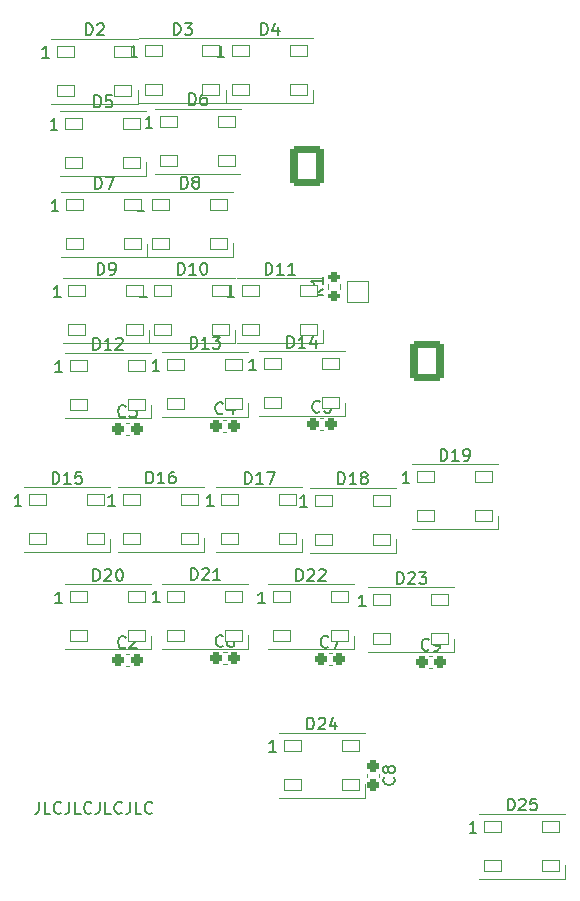
<source format=gbr>
%TF.GenerationSoftware,KiCad,Pcbnew,(6.0.9)*%
%TF.CreationDate,2022-12-26T19:48:23-09:00*%
%TF.ProjectId,PCB_ LDG WING FOLD PLACARD,5043422c-204c-4444-9720-57494e472046,rev?*%
%TF.SameCoordinates,Original*%
%TF.FileFunction,Legend,Top*%
%TF.FilePolarity,Positive*%
%FSLAX46Y46*%
G04 Gerber Fmt 4.6, Leading zero omitted, Abs format (unit mm)*
G04 Created by KiCad (PCBNEW (6.0.9)) date 2022-12-26 19:48:23*
%MOMM*%
%LPD*%
G01*
G04 APERTURE LIST*
G04 Aperture macros list*
%AMRoundRect*
0 Rectangle with rounded corners*
0 $1 Rounding radius*
0 $2 $3 $4 $5 $6 $7 $8 $9 X,Y pos of 4 corners*
0 Add a 4 corners polygon primitive as box body*
4,1,4,$2,$3,$4,$5,$6,$7,$8,$9,$2,$3,0*
0 Add four circle primitives for the rounded corners*
1,1,$1+$1,$2,$3*
1,1,$1+$1,$4,$5*
1,1,$1+$1,$6,$7*
1,1,$1+$1,$8,$9*
0 Add four rect primitives between the rounded corners*
20,1,$1+$1,$2,$3,$4,$5,0*
20,1,$1+$1,$4,$5,$6,$7,0*
20,1,$1+$1,$6,$7,$8,$9,0*
20,1,$1+$1,$8,$9,$2,$3,0*%
G04 Aperture macros list end*
%ADD10C,0.150000*%
%ADD11C,0.120000*%
%ADD12RoundRect,0.250000X0.275000X-0.200000X0.275000X0.200000X-0.275000X0.200000X-0.275000X-0.200000X0*%
%ADD13RoundRect,0.300001X1.099999X1.399999X-1.099999X1.399999X-1.099999X-1.399999X1.099999X-1.399999X0*%
%ADD14O,2.800000X3.400000*%
%ADD15RoundRect,0.050000X-0.750000X-0.450000X0.750000X-0.450000X0.750000X0.450000X-0.750000X0.450000X0*%
%ADD16RoundRect,0.050000X-0.900000X-0.900000X0.900000X-0.900000X0.900000X0.900000X-0.900000X0.900000X0*%
%ADD17C,1.900000*%
%ADD18RoundRect,0.275000X-0.225000X-0.250000X0.225000X-0.250000X0.225000X0.250000X-0.225000X0.250000X0*%
%ADD19RoundRect,0.275000X-0.250000X0.225000X-0.250000X-0.225000X0.250000X-0.225000X0.250000X0.225000X0*%
%ADD20C,4.400000*%
G04 APERTURE END LIST*
D10*
X149050952Y-100036380D02*
X149050952Y-100750666D01*
X149003333Y-100893523D01*
X148908095Y-100988761D01*
X148765238Y-101036380D01*
X148670000Y-101036380D01*
X150003333Y-101036380D02*
X149527142Y-101036380D01*
X149527142Y-100036380D01*
X150908095Y-100941142D02*
X150860476Y-100988761D01*
X150717619Y-101036380D01*
X150622380Y-101036380D01*
X150479523Y-100988761D01*
X150384285Y-100893523D01*
X150336666Y-100798285D01*
X150289047Y-100607809D01*
X150289047Y-100464952D01*
X150336666Y-100274476D01*
X150384285Y-100179238D01*
X150479523Y-100084000D01*
X150622380Y-100036380D01*
X150717619Y-100036380D01*
X150860476Y-100084000D01*
X150908095Y-100131619D01*
X151622380Y-100036380D02*
X151622380Y-100750666D01*
X151574761Y-100893523D01*
X151479523Y-100988761D01*
X151336666Y-101036380D01*
X151241428Y-101036380D01*
X152574761Y-101036380D02*
X152098571Y-101036380D01*
X152098571Y-100036380D01*
X153479523Y-100941142D02*
X153431904Y-100988761D01*
X153289047Y-101036380D01*
X153193809Y-101036380D01*
X153050952Y-100988761D01*
X152955714Y-100893523D01*
X152908095Y-100798285D01*
X152860476Y-100607809D01*
X152860476Y-100464952D01*
X152908095Y-100274476D01*
X152955714Y-100179238D01*
X153050952Y-100084000D01*
X153193809Y-100036380D01*
X153289047Y-100036380D01*
X153431904Y-100084000D01*
X153479523Y-100131619D01*
X154193809Y-100036380D02*
X154193809Y-100750666D01*
X154146190Y-100893523D01*
X154050952Y-100988761D01*
X153908095Y-101036380D01*
X153812857Y-101036380D01*
X155146190Y-101036380D02*
X154670000Y-101036380D01*
X154670000Y-100036380D01*
X156050952Y-100941142D02*
X156003333Y-100988761D01*
X155860476Y-101036380D01*
X155765238Y-101036380D01*
X155622380Y-100988761D01*
X155527142Y-100893523D01*
X155479523Y-100798285D01*
X155431904Y-100607809D01*
X155431904Y-100464952D01*
X155479523Y-100274476D01*
X155527142Y-100179238D01*
X155622380Y-100084000D01*
X155765238Y-100036380D01*
X155860476Y-100036380D01*
X156003333Y-100084000D01*
X156050952Y-100131619D01*
X156765238Y-100036380D02*
X156765238Y-100750666D01*
X156717619Y-100893523D01*
X156622380Y-100988761D01*
X156479523Y-101036380D01*
X156384285Y-101036380D01*
X157717619Y-101036380D02*
X157241428Y-101036380D01*
X157241428Y-100036380D01*
X158622380Y-100941142D02*
X158574761Y-100988761D01*
X158431904Y-101036380D01*
X158336666Y-101036380D01*
X158193809Y-100988761D01*
X158098571Y-100893523D01*
X158050952Y-100798285D01*
X158003333Y-100607809D01*
X158003333Y-100464952D01*
X158050952Y-100274476D01*
X158098571Y-100179238D01*
X158193809Y-100084000D01*
X158336666Y-100036380D01*
X158431904Y-100036380D01*
X158574761Y-100084000D01*
X158622380Y-100131619D01*
%TO.C,R1*%
X173052380Y-56574166D02*
X172576190Y-56907500D01*
X173052380Y-57145595D02*
X172052380Y-57145595D01*
X172052380Y-56764642D01*
X172100000Y-56669404D01*
X172147619Y-56621785D01*
X172242857Y-56574166D01*
X172385714Y-56574166D01*
X172480952Y-56621785D01*
X172528571Y-56669404D01*
X172576190Y-56764642D01*
X172576190Y-57145595D01*
X173052380Y-55621785D02*
X173052380Y-56193214D01*
X173052380Y-55907500D02*
X172052380Y-55907500D01*
X172195238Y-56002738D01*
X172290476Y-56097976D01*
X172338095Y-56193214D01*
%TO.C,D25*%
X188735714Y-100752380D02*
X188735714Y-99752380D01*
X188973809Y-99752380D01*
X189116666Y-99800000D01*
X189211904Y-99895238D01*
X189259523Y-99990476D01*
X189307142Y-100180952D01*
X189307142Y-100323809D01*
X189259523Y-100514285D01*
X189211904Y-100609523D01*
X189116666Y-100704761D01*
X188973809Y-100752380D01*
X188735714Y-100752380D01*
X189688095Y-99847619D02*
X189735714Y-99800000D01*
X189830952Y-99752380D01*
X190069047Y-99752380D01*
X190164285Y-99800000D01*
X190211904Y-99847619D01*
X190259523Y-99942857D01*
X190259523Y-100038095D01*
X190211904Y-100180952D01*
X189640476Y-100752380D01*
X190259523Y-100752380D01*
X191164285Y-99752380D02*
X190688095Y-99752380D01*
X190640476Y-100228571D01*
X190688095Y-100180952D01*
X190783333Y-100133333D01*
X191021428Y-100133333D01*
X191116666Y-100180952D01*
X191164285Y-100228571D01*
X191211904Y-100323809D01*
X191211904Y-100561904D01*
X191164285Y-100657142D01*
X191116666Y-100704761D01*
X191021428Y-100752380D01*
X190783333Y-100752380D01*
X190688095Y-100704761D01*
X190640476Y-100657142D01*
X186085714Y-102652380D02*
X185514285Y-102652380D01*
X185800000Y-102652380D02*
X185800000Y-101652380D01*
X185704761Y-101795238D01*
X185609523Y-101890476D01*
X185514285Y-101938095D01*
%TO.C,D24*%
X171760714Y-93902380D02*
X171760714Y-92902380D01*
X171998809Y-92902380D01*
X172141666Y-92950000D01*
X172236904Y-93045238D01*
X172284523Y-93140476D01*
X172332142Y-93330952D01*
X172332142Y-93473809D01*
X172284523Y-93664285D01*
X172236904Y-93759523D01*
X172141666Y-93854761D01*
X171998809Y-93902380D01*
X171760714Y-93902380D01*
X172713095Y-92997619D02*
X172760714Y-92950000D01*
X172855952Y-92902380D01*
X173094047Y-92902380D01*
X173189285Y-92950000D01*
X173236904Y-92997619D01*
X173284523Y-93092857D01*
X173284523Y-93188095D01*
X173236904Y-93330952D01*
X172665476Y-93902380D01*
X173284523Y-93902380D01*
X174141666Y-93235714D02*
X174141666Y-93902380D01*
X173903571Y-92854761D02*
X173665476Y-93569047D01*
X174284523Y-93569047D01*
X169110714Y-95802380D02*
X168539285Y-95802380D01*
X168825000Y-95802380D02*
X168825000Y-94802380D01*
X168729761Y-94945238D01*
X168634523Y-95040476D01*
X168539285Y-95088095D01*
%TO.C,D23*%
X179360714Y-81577380D02*
X179360714Y-80577380D01*
X179598809Y-80577380D01*
X179741666Y-80625000D01*
X179836904Y-80720238D01*
X179884523Y-80815476D01*
X179932142Y-81005952D01*
X179932142Y-81148809D01*
X179884523Y-81339285D01*
X179836904Y-81434523D01*
X179741666Y-81529761D01*
X179598809Y-81577380D01*
X179360714Y-81577380D01*
X180313095Y-80672619D02*
X180360714Y-80625000D01*
X180455952Y-80577380D01*
X180694047Y-80577380D01*
X180789285Y-80625000D01*
X180836904Y-80672619D01*
X180884523Y-80767857D01*
X180884523Y-80863095D01*
X180836904Y-81005952D01*
X180265476Y-81577380D01*
X180884523Y-81577380D01*
X181217857Y-80577380D02*
X181836904Y-80577380D01*
X181503571Y-80958333D01*
X181646428Y-80958333D01*
X181741666Y-81005952D01*
X181789285Y-81053571D01*
X181836904Y-81148809D01*
X181836904Y-81386904D01*
X181789285Y-81482142D01*
X181741666Y-81529761D01*
X181646428Y-81577380D01*
X181360714Y-81577380D01*
X181265476Y-81529761D01*
X181217857Y-81482142D01*
X176710714Y-83477380D02*
X176139285Y-83477380D01*
X176425000Y-83477380D02*
X176425000Y-82477380D01*
X176329761Y-82620238D01*
X176234523Y-82715476D01*
X176139285Y-82763095D01*
%TO.C,D22*%
X170835714Y-81327380D02*
X170835714Y-80327380D01*
X171073809Y-80327380D01*
X171216666Y-80375000D01*
X171311904Y-80470238D01*
X171359523Y-80565476D01*
X171407142Y-80755952D01*
X171407142Y-80898809D01*
X171359523Y-81089285D01*
X171311904Y-81184523D01*
X171216666Y-81279761D01*
X171073809Y-81327380D01*
X170835714Y-81327380D01*
X171788095Y-80422619D02*
X171835714Y-80375000D01*
X171930952Y-80327380D01*
X172169047Y-80327380D01*
X172264285Y-80375000D01*
X172311904Y-80422619D01*
X172359523Y-80517857D01*
X172359523Y-80613095D01*
X172311904Y-80755952D01*
X171740476Y-81327380D01*
X172359523Y-81327380D01*
X172740476Y-80422619D02*
X172788095Y-80375000D01*
X172883333Y-80327380D01*
X173121428Y-80327380D01*
X173216666Y-80375000D01*
X173264285Y-80422619D01*
X173311904Y-80517857D01*
X173311904Y-80613095D01*
X173264285Y-80755952D01*
X172692857Y-81327380D01*
X173311904Y-81327380D01*
X168185714Y-83227380D02*
X167614285Y-83227380D01*
X167900000Y-83227380D02*
X167900000Y-82227380D01*
X167804761Y-82370238D01*
X167709523Y-82465476D01*
X167614285Y-82513095D01*
%TO.C,D21*%
X161910714Y-81252380D02*
X161910714Y-80252380D01*
X162148809Y-80252380D01*
X162291666Y-80300000D01*
X162386904Y-80395238D01*
X162434523Y-80490476D01*
X162482142Y-80680952D01*
X162482142Y-80823809D01*
X162434523Y-81014285D01*
X162386904Y-81109523D01*
X162291666Y-81204761D01*
X162148809Y-81252380D01*
X161910714Y-81252380D01*
X162863095Y-80347619D02*
X162910714Y-80300000D01*
X163005952Y-80252380D01*
X163244047Y-80252380D01*
X163339285Y-80300000D01*
X163386904Y-80347619D01*
X163434523Y-80442857D01*
X163434523Y-80538095D01*
X163386904Y-80680952D01*
X162815476Y-81252380D01*
X163434523Y-81252380D01*
X164386904Y-81252380D02*
X163815476Y-81252380D01*
X164101190Y-81252380D02*
X164101190Y-80252380D01*
X164005952Y-80395238D01*
X163910714Y-80490476D01*
X163815476Y-80538095D01*
X159260714Y-83152380D02*
X158689285Y-83152380D01*
X158975000Y-83152380D02*
X158975000Y-82152380D01*
X158879761Y-82295238D01*
X158784523Y-82390476D01*
X158689285Y-82438095D01*
%TO.C,D20*%
X153660714Y-81327380D02*
X153660714Y-80327380D01*
X153898809Y-80327380D01*
X154041666Y-80375000D01*
X154136904Y-80470238D01*
X154184523Y-80565476D01*
X154232142Y-80755952D01*
X154232142Y-80898809D01*
X154184523Y-81089285D01*
X154136904Y-81184523D01*
X154041666Y-81279761D01*
X153898809Y-81327380D01*
X153660714Y-81327380D01*
X154613095Y-80422619D02*
X154660714Y-80375000D01*
X154755952Y-80327380D01*
X154994047Y-80327380D01*
X155089285Y-80375000D01*
X155136904Y-80422619D01*
X155184523Y-80517857D01*
X155184523Y-80613095D01*
X155136904Y-80755952D01*
X154565476Y-81327380D01*
X155184523Y-81327380D01*
X155803571Y-80327380D02*
X155898809Y-80327380D01*
X155994047Y-80375000D01*
X156041666Y-80422619D01*
X156089285Y-80517857D01*
X156136904Y-80708333D01*
X156136904Y-80946428D01*
X156089285Y-81136904D01*
X156041666Y-81232142D01*
X155994047Y-81279761D01*
X155898809Y-81327380D01*
X155803571Y-81327380D01*
X155708333Y-81279761D01*
X155660714Y-81232142D01*
X155613095Y-81136904D01*
X155565476Y-80946428D01*
X155565476Y-80708333D01*
X155613095Y-80517857D01*
X155660714Y-80422619D01*
X155708333Y-80375000D01*
X155803571Y-80327380D01*
X151010714Y-83227380D02*
X150439285Y-83227380D01*
X150725000Y-83227380D02*
X150725000Y-82227380D01*
X150629761Y-82370238D01*
X150534523Y-82465476D01*
X150439285Y-82513095D01*
%TO.C,D19*%
X183060714Y-71152380D02*
X183060714Y-70152380D01*
X183298809Y-70152380D01*
X183441666Y-70200000D01*
X183536904Y-70295238D01*
X183584523Y-70390476D01*
X183632142Y-70580952D01*
X183632142Y-70723809D01*
X183584523Y-70914285D01*
X183536904Y-71009523D01*
X183441666Y-71104761D01*
X183298809Y-71152380D01*
X183060714Y-71152380D01*
X184584523Y-71152380D02*
X184013095Y-71152380D01*
X184298809Y-71152380D02*
X184298809Y-70152380D01*
X184203571Y-70295238D01*
X184108333Y-70390476D01*
X184013095Y-70438095D01*
X185060714Y-71152380D02*
X185251190Y-71152380D01*
X185346428Y-71104761D01*
X185394047Y-71057142D01*
X185489285Y-70914285D01*
X185536904Y-70723809D01*
X185536904Y-70342857D01*
X185489285Y-70247619D01*
X185441666Y-70200000D01*
X185346428Y-70152380D01*
X185155952Y-70152380D01*
X185060714Y-70200000D01*
X185013095Y-70247619D01*
X184965476Y-70342857D01*
X184965476Y-70580952D01*
X185013095Y-70676190D01*
X185060714Y-70723809D01*
X185155952Y-70771428D01*
X185346428Y-70771428D01*
X185441666Y-70723809D01*
X185489285Y-70676190D01*
X185536904Y-70580952D01*
X180410714Y-73052380D02*
X179839285Y-73052380D01*
X180125000Y-73052380D02*
X180125000Y-72052380D01*
X180029761Y-72195238D01*
X179934523Y-72290476D01*
X179839285Y-72338095D01*
%TO.C,D18*%
X174385714Y-73127380D02*
X174385714Y-72127380D01*
X174623809Y-72127380D01*
X174766666Y-72175000D01*
X174861904Y-72270238D01*
X174909523Y-72365476D01*
X174957142Y-72555952D01*
X174957142Y-72698809D01*
X174909523Y-72889285D01*
X174861904Y-72984523D01*
X174766666Y-73079761D01*
X174623809Y-73127380D01*
X174385714Y-73127380D01*
X175909523Y-73127380D02*
X175338095Y-73127380D01*
X175623809Y-73127380D02*
X175623809Y-72127380D01*
X175528571Y-72270238D01*
X175433333Y-72365476D01*
X175338095Y-72413095D01*
X176480952Y-72555952D02*
X176385714Y-72508333D01*
X176338095Y-72460714D01*
X176290476Y-72365476D01*
X176290476Y-72317857D01*
X176338095Y-72222619D01*
X176385714Y-72175000D01*
X176480952Y-72127380D01*
X176671428Y-72127380D01*
X176766666Y-72175000D01*
X176814285Y-72222619D01*
X176861904Y-72317857D01*
X176861904Y-72365476D01*
X176814285Y-72460714D01*
X176766666Y-72508333D01*
X176671428Y-72555952D01*
X176480952Y-72555952D01*
X176385714Y-72603571D01*
X176338095Y-72651190D01*
X176290476Y-72746428D01*
X176290476Y-72936904D01*
X176338095Y-73032142D01*
X176385714Y-73079761D01*
X176480952Y-73127380D01*
X176671428Y-73127380D01*
X176766666Y-73079761D01*
X176814285Y-73032142D01*
X176861904Y-72936904D01*
X176861904Y-72746428D01*
X176814285Y-72651190D01*
X176766666Y-72603571D01*
X176671428Y-72555952D01*
X171735714Y-75027380D02*
X171164285Y-75027380D01*
X171450000Y-75027380D02*
X171450000Y-74027380D01*
X171354761Y-74170238D01*
X171259523Y-74265476D01*
X171164285Y-74313095D01*
%TO.C,D17*%
X166485714Y-73102380D02*
X166485714Y-72102380D01*
X166723809Y-72102380D01*
X166866666Y-72150000D01*
X166961904Y-72245238D01*
X167009523Y-72340476D01*
X167057142Y-72530952D01*
X167057142Y-72673809D01*
X167009523Y-72864285D01*
X166961904Y-72959523D01*
X166866666Y-73054761D01*
X166723809Y-73102380D01*
X166485714Y-73102380D01*
X168009523Y-73102380D02*
X167438095Y-73102380D01*
X167723809Y-73102380D02*
X167723809Y-72102380D01*
X167628571Y-72245238D01*
X167533333Y-72340476D01*
X167438095Y-72388095D01*
X168342857Y-72102380D02*
X169009523Y-72102380D01*
X168580952Y-73102380D01*
X163835714Y-75002380D02*
X163264285Y-75002380D01*
X163550000Y-75002380D02*
X163550000Y-74002380D01*
X163454761Y-74145238D01*
X163359523Y-74240476D01*
X163264285Y-74288095D01*
%TO.C,D16*%
X158135714Y-73077380D02*
X158135714Y-72077380D01*
X158373809Y-72077380D01*
X158516666Y-72125000D01*
X158611904Y-72220238D01*
X158659523Y-72315476D01*
X158707142Y-72505952D01*
X158707142Y-72648809D01*
X158659523Y-72839285D01*
X158611904Y-72934523D01*
X158516666Y-73029761D01*
X158373809Y-73077380D01*
X158135714Y-73077380D01*
X159659523Y-73077380D02*
X159088095Y-73077380D01*
X159373809Y-73077380D02*
X159373809Y-72077380D01*
X159278571Y-72220238D01*
X159183333Y-72315476D01*
X159088095Y-72363095D01*
X160516666Y-72077380D02*
X160326190Y-72077380D01*
X160230952Y-72125000D01*
X160183333Y-72172619D01*
X160088095Y-72315476D01*
X160040476Y-72505952D01*
X160040476Y-72886904D01*
X160088095Y-72982142D01*
X160135714Y-73029761D01*
X160230952Y-73077380D01*
X160421428Y-73077380D01*
X160516666Y-73029761D01*
X160564285Y-72982142D01*
X160611904Y-72886904D01*
X160611904Y-72648809D01*
X160564285Y-72553571D01*
X160516666Y-72505952D01*
X160421428Y-72458333D01*
X160230952Y-72458333D01*
X160135714Y-72505952D01*
X160088095Y-72553571D01*
X160040476Y-72648809D01*
X155485714Y-74977380D02*
X154914285Y-74977380D01*
X155200000Y-74977380D02*
X155200000Y-73977380D01*
X155104761Y-74120238D01*
X155009523Y-74215476D01*
X154914285Y-74263095D01*
%TO.C,D15*%
X150210714Y-73102380D02*
X150210714Y-72102380D01*
X150448809Y-72102380D01*
X150591666Y-72150000D01*
X150686904Y-72245238D01*
X150734523Y-72340476D01*
X150782142Y-72530952D01*
X150782142Y-72673809D01*
X150734523Y-72864285D01*
X150686904Y-72959523D01*
X150591666Y-73054761D01*
X150448809Y-73102380D01*
X150210714Y-73102380D01*
X151734523Y-73102380D02*
X151163095Y-73102380D01*
X151448809Y-73102380D02*
X151448809Y-72102380D01*
X151353571Y-72245238D01*
X151258333Y-72340476D01*
X151163095Y-72388095D01*
X152639285Y-72102380D02*
X152163095Y-72102380D01*
X152115476Y-72578571D01*
X152163095Y-72530952D01*
X152258333Y-72483333D01*
X152496428Y-72483333D01*
X152591666Y-72530952D01*
X152639285Y-72578571D01*
X152686904Y-72673809D01*
X152686904Y-72911904D01*
X152639285Y-73007142D01*
X152591666Y-73054761D01*
X152496428Y-73102380D01*
X152258333Y-73102380D01*
X152163095Y-73054761D01*
X152115476Y-73007142D01*
X147560714Y-75002380D02*
X146989285Y-75002380D01*
X147275000Y-75002380D02*
X147275000Y-74002380D01*
X147179761Y-74145238D01*
X147084523Y-74240476D01*
X146989285Y-74288095D01*
%TO.C,D14*%
X170085714Y-61602380D02*
X170085714Y-60602380D01*
X170323809Y-60602380D01*
X170466666Y-60650000D01*
X170561904Y-60745238D01*
X170609523Y-60840476D01*
X170657142Y-61030952D01*
X170657142Y-61173809D01*
X170609523Y-61364285D01*
X170561904Y-61459523D01*
X170466666Y-61554761D01*
X170323809Y-61602380D01*
X170085714Y-61602380D01*
X171609523Y-61602380D02*
X171038095Y-61602380D01*
X171323809Y-61602380D02*
X171323809Y-60602380D01*
X171228571Y-60745238D01*
X171133333Y-60840476D01*
X171038095Y-60888095D01*
X172466666Y-60935714D02*
X172466666Y-61602380D01*
X172228571Y-60554761D02*
X171990476Y-61269047D01*
X172609523Y-61269047D01*
X167435714Y-63502380D02*
X166864285Y-63502380D01*
X167150000Y-63502380D02*
X167150000Y-62502380D01*
X167054761Y-62645238D01*
X166959523Y-62740476D01*
X166864285Y-62788095D01*
%TO.C,D13*%
X161885714Y-61652380D02*
X161885714Y-60652380D01*
X162123809Y-60652380D01*
X162266666Y-60700000D01*
X162361904Y-60795238D01*
X162409523Y-60890476D01*
X162457142Y-61080952D01*
X162457142Y-61223809D01*
X162409523Y-61414285D01*
X162361904Y-61509523D01*
X162266666Y-61604761D01*
X162123809Y-61652380D01*
X161885714Y-61652380D01*
X163409523Y-61652380D02*
X162838095Y-61652380D01*
X163123809Y-61652380D02*
X163123809Y-60652380D01*
X163028571Y-60795238D01*
X162933333Y-60890476D01*
X162838095Y-60938095D01*
X163742857Y-60652380D02*
X164361904Y-60652380D01*
X164028571Y-61033333D01*
X164171428Y-61033333D01*
X164266666Y-61080952D01*
X164314285Y-61128571D01*
X164361904Y-61223809D01*
X164361904Y-61461904D01*
X164314285Y-61557142D01*
X164266666Y-61604761D01*
X164171428Y-61652380D01*
X163885714Y-61652380D01*
X163790476Y-61604761D01*
X163742857Y-61557142D01*
X159235714Y-63552380D02*
X158664285Y-63552380D01*
X158950000Y-63552380D02*
X158950000Y-62552380D01*
X158854761Y-62695238D01*
X158759523Y-62790476D01*
X158664285Y-62838095D01*
%TO.C,D12*%
X153660714Y-61752380D02*
X153660714Y-60752380D01*
X153898809Y-60752380D01*
X154041666Y-60800000D01*
X154136904Y-60895238D01*
X154184523Y-60990476D01*
X154232142Y-61180952D01*
X154232142Y-61323809D01*
X154184523Y-61514285D01*
X154136904Y-61609523D01*
X154041666Y-61704761D01*
X153898809Y-61752380D01*
X153660714Y-61752380D01*
X155184523Y-61752380D02*
X154613095Y-61752380D01*
X154898809Y-61752380D02*
X154898809Y-60752380D01*
X154803571Y-60895238D01*
X154708333Y-60990476D01*
X154613095Y-61038095D01*
X155565476Y-60847619D02*
X155613095Y-60800000D01*
X155708333Y-60752380D01*
X155946428Y-60752380D01*
X156041666Y-60800000D01*
X156089285Y-60847619D01*
X156136904Y-60942857D01*
X156136904Y-61038095D01*
X156089285Y-61180952D01*
X155517857Y-61752380D01*
X156136904Y-61752380D01*
X151010714Y-63652380D02*
X150439285Y-63652380D01*
X150725000Y-63652380D02*
X150725000Y-62652380D01*
X150629761Y-62795238D01*
X150534523Y-62890476D01*
X150439285Y-62938095D01*
%TO.C,D11*%
X168235714Y-55402380D02*
X168235714Y-54402380D01*
X168473809Y-54402380D01*
X168616666Y-54450000D01*
X168711904Y-54545238D01*
X168759523Y-54640476D01*
X168807142Y-54830952D01*
X168807142Y-54973809D01*
X168759523Y-55164285D01*
X168711904Y-55259523D01*
X168616666Y-55354761D01*
X168473809Y-55402380D01*
X168235714Y-55402380D01*
X169759523Y-55402380D02*
X169188095Y-55402380D01*
X169473809Y-55402380D02*
X169473809Y-54402380D01*
X169378571Y-54545238D01*
X169283333Y-54640476D01*
X169188095Y-54688095D01*
X170711904Y-55402380D02*
X170140476Y-55402380D01*
X170426190Y-55402380D02*
X170426190Y-54402380D01*
X170330952Y-54545238D01*
X170235714Y-54640476D01*
X170140476Y-54688095D01*
X165585714Y-57302380D02*
X165014285Y-57302380D01*
X165300000Y-57302380D02*
X165300000Y-56302380D01*
X165204761Y-56445238D01*
X165109523Y-56540476D01*
X165014285Y-56588095D01*
%TO.C,D10*%
X160810714Y-55402380D02*
X160810714Y-54402380D01*
X161048809Y-54402380D01*
X161191666Y-54450000D01*
X161286904Y-54545238D01*
X161334523Y-54640476D01*
X161382142Y-54830952D01*
X161382142Y-54973809D01*
X161334523Y-55164285D01*
X161286904Y-55259523D01*
X161191666Y-55354761D01*
X161048809Y-55402380D01*
X160810714Y-55402380D01*
X162334523Y-55402380D02*
X161763095Y-55402380D01*
X162048809Y-55402380D02*
X162048809Y-54402380D01*
X161953571Y-54545238D01*
X161858333Y-54640476D01*
X161763095Y-54688095D01*
X162953571Y-54402380D02*
X163048809Y-54402380D01*
X163144047Y-54450000D01*
X163191666Y-54497619D01*
X163239285Y-54592857D01*
X163286904Y-54783333D01*
X163286904Y-55021428D01*
X163239285Y-55211904D01*
X163191666Y-55307142D01*
X163144047Y-55354761D01*
X163048809Y-55402380D01*
X162953571Y-55402380D01*
X162858333Y-55354761D01*
X162810714Y-55307142D01*
X162763095Y-55211904D01*
X162715476Y-55021428D01*
X162715476Y-54783333D01*
X162763095Y-54592857D01*
X162810714Y-54497619D01*
X162858333Y-54450000D01*
X162953571Y-54402380D01*
X158160714Y-57302380D02*
X157589285Y-57302380D01*
X157875000Y-57302380D02*
X157875000Y-56302380D01*
X157779761Y-56445238D01*
X157684523Y-56540476D01*
X157589285Y-56588095D01*
%TO.C,D9*%
X154011904Y-55402380D02*
X154011904Y-54402380D01*
X154250000Y-54402380D01*
X154392857Y-54450000D01*
X154488095Y-54545238D01*
X154535714Y-54640476D01*
X154583333Y-54830952D01*
X154583333Y-54973809D01*
X154535714Y-55164285D01*
X154488095Y-55259523D01*
X154392857Y-55354761D01*
X154250000Y-55402380D01*
X154011904Y-55402380D01*
X155059523Y-55402380D02*
X155250000Y-55402380D01*
X155345238Y-55354761D01*
X155392857Y-55307142D01*
X155488095Y-55164285D01*
X155535714Y-54973809D01*
X155535714Y-54592857D01*
X155488095Y-54497619D01*
X155440476Y-54450000D01*
X155345238Y-54402380D01*
X155154761Y-54402380D01*
X155059523Y-54450000D01*
X155011904Y-54497619D01*
X154964285Y-54592857D01*
X154964285Y-54830952D01*
X155011904Y-54926190D01*
X155059523Y-54973809D01*
X155154761Y-55021428D01*
X155345238Y-55021428D01*
X155440476Y-54973809D01*
X155488095Y-54926190D01*
X155535714Y-54830952D01*
X150885714Y-57302380D02*
X150314285Y-57302380D01*
X150600000Y-57302380D02*
X150600000Y-56302380D01*
X150504761Y-56445238D01*
X150409523Y-56540476D01*
X150314285Y-56588095D01*
%TO.C,D8*%
X161086904Y-48102380D02*
X161086904Y-47102380D01*
X161325000Y-47102380D01*
X161467857Y-47150000D01*
X161563095Y-47245238D01*
X161610714Y-47340476D01*
X161658333Y-47530952D01*
X161658333Y-47673809D01*
X161610714Y-47864285D01*
X161563095Y-47959523D01*
X161467857Y-48054761D01*
X161325000Y-48102380D01*
X161086904Y-48102380D01*
X162229761Y-47530952D02*
X162134523Y-47483333D01*
X162086904Y-47435714D01*
X162039285Y-47340476D01*
X162039285Y-47292857D01*
X162086904Y-47197619D01*
X162134523Y-47150000D01*
X162229761Y-47102380D01*
X162420238Y-47102380D01*
X162515476Y-47150000D01*
X162563095Y-47197619D01*
X162610714Y-47292857D01*
X162610714Y-47340476D01*
X162563095Y-47435714D01*
X162515476Y-47483333D01*
X162420238Y-47530952D01*
X162229761Y-47530952D01*
X162134523Y-47578571D01*
X162086904Y-47626190D01*
X162039285Y-47721428D01*
X162039285Y-47911904D01*
X162086904Y-48007142D01*
X162134523Y-48054761D01*
X162229761Y-48102380D01*
X162420238Y-48102380D01*
X162515476Y-48054761D01*
X162563095Y-48007142D01*
X162610714Y-47911904D01*
X162610714Y-47721428D01*
X162563095Y-47626190D01*
X162515476Y-47578571D01*
X162420238Y-47530952D01*
X157960714Y-50002380D02*
X157389285Y-50002380D01*
X157675000Y-50002380D02*
X157675000Y-49002380D01*
X157579761Y-49145238D01*
X157484523Y-49240476D01*
X157389285Y-49288095D01*
%TO.C,D7*%
X153811904Y-48127380D02*
X153811904Y-47127380D01*
X154050000Y-47127380D01*
X154192857Y-47175000D01*
X154288095Y-47270238D01*
X154335714Y-47365476D01*
X154383333Y-47555952D01*
X154383333Y-47698809D01*
X154335714Y-47889285D01*
X154288095Y-47984523D01*
X154192857Y-48079761D01*
X154050000Y-48127380D01*
X153811904Y-48127380D01*
X154716666Y-47127380D02*
X155383333Y-47127380D01*
X154954761Y-48127380D01*
X150685714Y-50027380D02*
X150114285Y-50027380D01*
X150400000Y-50027380D02*
X150400000Y-49027380D01*
X150304761Y-49170238D01*
X150209523Y-49265476D01*
X150114285Y-49313095D01*
%TO.C,D6*%
X161761904Y-41052380D02*
X161761904Y-40052380D01*
X162000000Y-40052380D01*
X162142857Y-40100000D01*
X162238095Y-40195238D01*
X162285714Y-40290476D01*
X162333333Y-40480952D01*
X162333333Y-40623809D01*
X162285714Y-40814285D01*
X162238095Y-40909523D01*
X162142857Y-41004761D01*
X162000000Y-41052380D01*
X161761904Y-41052380D01*
X163190476Y-40052380D02*
X163000000Y-40052380D01*
X162904761Y-40100000D01*
X162857142Y-40147619D01*
X162761904Y-40290476D01*
X162714285Y-40480952D01*
X162714285Y-40861904D01*
X162761904Y-40957142D01*
X162809523Y-41004761D01*
X162904761Y-41052380D01*
X163095238Y-41052380D01*
X163190476Y-41004761D01*
X163238095Y-40957142D01*
X163285714Y-40861904D01*
X163285714Y-40623809D01*
X163238095Y-40528571D01*
X163190476Y-40480952D01*
X163095238Y-40433333D01*
X162904761Y-40433333D01*
X162809523Y-40480952D01*
X162761904Y-40528571D01*
X162714285Y-40623809D01*
X158635714Y-42952380D02*
X158064285Y-42952380D01*
X158350000Y-42952380D02*
X158350000Y-41952380D01*
X158254761Y-42095238D01*
X158159523Y-42190476D01*
X158064285Y-42238095D01*
%TO.C,D5*%
X153736904Y-41227380D02*
X153736904Y-40227380D01*
X153975000Y-40227380D01*
X154117857Y-40275000D01*
X154213095Y-40370238D01*
X154260714Y-40465476D01*
X154308333Y-40655952D01*
X154308333Y-40798809D01*
X154260714Y-40989285D01*
X154213095Y-41084523D01*
X154117857Y-41179761D01*
X153975000Y-41227380D01*
X153736904Y-41227380D01*
X155213095Y-40227380D02*
X154736904Y-40227380D01*
X154689285Y-40703571D01*
X154736904Y-40655952D01*
X154832142Y-40608333D01*
X155070238Y-40608333D01*
X155165476Y-40655952D01*
X155213095Y-40703571D01*
X155260714Y-40798809D01*
X155260714Y-41036904D01*
X155213095Y-41132142D01*
X155165476Y-41179761D01*
X155070238Y-41227380D01*
X154832142Y-41227380D01*
X154736904Y-41179761D01*
X154689285Y-41132142D01*
X150610714Y-43127380D02*
X150039285Y-43127380D01*
X150325000Y-43127380D02*
X150325000Y-42127380D01*
X150229761Y-42270238D01*
X150134523Y-42365476D01*
X150039285Y-42413095D01*
%TO.C,D4*%
X167861904Y-35102380D02*
X167861904Y-34102380D01*
X168100000Y-34102380D01*
X168242857Y-34150000D01*
X168338095Y-34245238D01*
X168385714Y-34340476D01*
X168433333Y-34530952D01*
X168433333Y-34673809D01*
X168385714Y-34864285D01*
X168338095Y-34959523D01*
X168242857Y-35054761D01*
X168100000Y-35102380D01*
X167861904Y-35102380D01*
X169290476Y-34435714D02*
X169290476Y-35102380D01*
X169052380Y-34054761D02*
X168814285Y-34769047D01*
X169433333Y-34769047D01*
X164735714Y-37002380D02*
X164164285Y-37002380D01*
X164450000Y-37002380D02*
X164450000Y-36002380D01*
X164354761Y-36145238D01*
X164259523Y-36240476D01*
X164164285Y-36288095D01*
%TO.C,D3*%
X160461904Y-35102380D02*
X160461904Y-34102380D01*
X160700000Y-34102380D01*
X160842857Y-34150000D01*
X160938095Y-34245238D01*
X160985714Y-34340476D01*
X161033333Y-34530952D01*
X161033333Y-34673809D01*
X160985714Y-34864285D01*
X160938095Y-34959523D01*
X160842857Y-35054761D01*
X160700000Y-35102380D01*
X160461904Y-35102380D01*
X161366666Y-34102380D02*
X161985714Y-34102380D01*
X161652380Y-34483333D01*
X161795238Y-34483333D01*
X161890476Y-34530952D01*
X161938095Y-34578571D01*
X161985714Y-34673809D01*
X161985714Y-34911904D01*
X161938095Y-35007142D01*
X161890476Y-35054761D01*
X161795238Y-35102380D01*
X161509523Y-35102380D01*
X161414285Y-35054761D01*
X161366666Y-35007142D01*
X157335714Y-37002380D02*
X156764285Y-37002380D01*
X157050000Y-37002380D02*
X157050000Y-36002380D01*
X156954761Y-36145238D01*
X156859523Y-36240476D01*
X156764285Y-36288095D01*
%TO.C,D2*%
X153011904Y-35127380D02*
X153011904Y-34127380D01*
X153250000Y-34127380D01*
X153392857Y-34175000D01*
X153488095Y-34270238D01*
X153535714Y-34365476D01*
X153583333Y-34555952D01*
X153583333Y-34698809D01*
X153535714Y-34889285D01*
X153488095Y-34984523D01*
X153392857Y-35079761D01*
X153250000Y-35127380D01*
X153011904Y-35127380D01*
X153964285Y-34222619D02*
X154011904Y-34175000D01*
X154107142Y-34127380D01*
X154345238Y-34127380D01*
X154440476Y-34175000D01*
X154488095Y-34222619D01*
X154535714Y-34317857D01*
X154535714Y-34413095D01*
X154488095Y-34555952D01*
X153916666Y-35127380D01*
X154535714Y-35127380D01*
X149885714Y-37027380D02*
X149314285Y-37027380D01*
X149600000Y-37027380D02*
X149600000Y-36027380D01*
X149504761Y-36170238D01*
X149409523Y-36265476D01*
X149314285Y-36313095D01*
%TO.C,C9*%
X182055833Y-87127142D02*
X182008214Y-87174761D01*
X181865357Y-87222380D01*
X181770119Y-87222380D01*
X181627261Y-87174761D01*
X181532023Y-87079523D01*
X181484404Y-86984285D01*
X181436785Y-86793809D01*
X181436785Y-86650952D01*
X181484404Y-86460476D01*
X181532023Y-86365238D01*
X181627261Y-86270000D01*
X181770119Y-86222380D01*
X181865357Y-86222380D01*
X182008214Y-86270000D01*
X182055833Y-86317619D01*
X182532023Y-87222380D02*
X182722500Y-87222380D01*
X182817738Y-87174761D01*
X182865357Y-87127142D01*
X182960595Y-86984285D01*
X183008214Y-86793809D01*
X183008214Y-86412857D01*
X182960595Y-86317619D01*
X182912976Y-86270000D01*
X182817738Y-86222380D01*
X182627261Y-86222380D01*
X182532023Y-86270000D01*
X182484404Y-86317619D01*
X182436785Y-86412857D01*
X182436785Y-86650952D01*
X182484404Y-86746190D01*
X182532023Y-86793809D01*
X182627261Y-86841428D01*
X182817738Y-86841428D01*
X182912976Y-86793809D01*
X182960595Y-86746190D01*
X183008214Y-86650952D01*
%TO.C,C8*%
X179087142Y-97956666D02*
X179134761Y-98004285D01*
X179182380Y-98147142D01*
X179182380Y-98242380D01*
X179134761Y-98385238D01*
X179039523Y-98480476D01*
X178944285Y-98528095D01*
X178753809Y-98575714D01*
X178610952Y-98575714D01*
X178420476Y-98528095D01*
X178325238Y-98480476D01*
X178230000Y-98385238D01*
X178182380Y-98242380D01*
X178182380Y-98147142D01*
X178230000Y-98004285D01*
X178277619Y-97956666D01*
X178610952Y-97385238D02*
X178563333Y-97480476D01*
X178515714Y-97528095D01*
X178420476Y-97575714D01*
X178372857Y-97575714D01*
X178277619Y-97528095D01*
X178230000Y-97480476D01*
X178182380Y-97385238D01*
X178182380Y-97194761D01*
X178230000Y-97099523D01*
X178277619Y-97051904D01*
X178372857Y-97004285D01*
X178420476Y-97004285D01*
X178515714Y-97051904D01*
X178563333Y-97099523D01*
X178610952Y-97194761D01*
X178610952Y-97385238D01*
X178658571Y-97480476D01*
X178706190Y-97528095D01*
X178801428Y-97575714D01*
X178991904Y-97575714D01*
X179087142Y-97528095D01*
X179134761Y-97480476D01*
X179182380Y-97385238D01*
X179182380Y-97194761D01*
X179134761Y-97099523D01*
X179087142Y-97051904D01*
X178991904Y-97004285D01*
X178801428Y-97004285D01*
X178706190Y-97051904D01*
X178658571Y-97099523D01*
X178610952Y-97194761D01*
%TO.C,C7*%
X173535833Y-86887142D02*
X173488214Y-86934761D01*
X173345357Y-86982380D01*
X173250119Y-86982380D01*
X173107261Y-86934761D01*
X173012023Y-86839523D01*
X172964404Y-86744285D01*
X172916785Y-86553809D01*
X172916785Y-86410952D01*
X172964404Y-86220476D01*
X173012023Y-86125238D01*
X173107261Y-86030000D01*
X173250119Y-85982380D01*
X173345357Y-85982380D01*
X173488214Y-86030000D01*
X173535833Y-86077619D01*
X173869166Y-85982380D02*
X174535833Y-85982380D01*
X174107261Y-86982380D01*
%TO.C,C6*%
X164615833Y-86807142D02*
X164568214Y-86854761D01*
X164425357Y-86902380D01*
X164330119Y-86902380D01*
X164187261Y-86854761D01*
X164092023Y-86759523D01*
X164044404Y-86664285D01*
X163996785Y-86473809D01*
X163996785Y-86330952D01*
X164044404Y-86140476D01*
X164092023Y-86045238D01*
X164187261Y-85950000D01*
X164330119Y-85902380D01*
X164425357Y-85902380D01*
X164568214Y-85950000D01*
X164615833Y-85997619D01*
X165472976Y-85902380D02*
X165282500Y-85902380D01*
X165187261Y-85950000D01*
X165139642Y-85997619D01*
X165044404Y-86140476D01*
X164996785Y-86330952D01*
X164996785Y-86711904D01*
X165044404Y-86807142D01*
X165092023Y-86854761D01*
X165187261Y-86902380D01*
X165377738Y-86902380D01*
X165472976Y-86854761D01*
X165520595Y-86807142D01*
X165568214Y-86711904D01*
X165568214Y-86473809D01*
X165520595Y-86378571D01*
X165472976Y-86330952D01*
X165377738Y-86283333D01*
X165187261Y-86283333D01*
X165092023Y-86330952D01*
X165044404Y-86378571D01*
X164996785Y-86473809D01*
%TO.C,C5*%
X172815833Y-66977142D02*
X172768214Y-67024761D01*
X172625357Y-67072380D01*
X172530119Y-67072380D01*
X172387261Y-67024761D01*
X172292023Y-66929523D01*
X172244404Y-66834285D01*
X172196785Y-66643809D01*
X172196785Y-66500952D01*
X172244404Y-66310476D01*
X172292023Y-66215238D01*
X172387261Y-66120000D01*
X172530119Y-66072380D01*
X172625357Y-66072380D01*
X172768214Y-66120000D01*
X172815833Y-66167619D01*
X173720595Y-66072380D02*
X173244404Y-66072380D01*
X173196785Y-66548571D01*
X173244404Y-66500952D01*
X173339642Y-66453333D01*
X173577738Y-66453333D01*
X173672976Y-66500952D01*
X173720595Y-66548571D01*
X173768214Y-66643809D01*
X173768214Y-66881904D01*
X173720595Y-66977142D01*
X173672976Y-67024761D01*
X173577738Y-67072380D01*
X173339642Y-67072380D01*
X173244404Y-67024761D01*
X173196785Y-66977142D01*
%TO.C,C4*%
X164605833Y-67117142D02*
X164558214Y-67164761D01*
X164415357Y-67212380D01*
X164320119Y-67212380D01*
X164177261Y-67164761D01*
X164082023Y-67069523D01*
X164034404Y-66974285D01*
X163986785Y-66783809D01*
X163986785Y-66640952D01*
X164034404Y-66450476D01*
X164082023Y-66355238D01*
X164177261Y-66260000D01*
X164320119Y-66212380D01*
X164415357Y-66212380D01*
X164558214Y-66260000D01*
X164605833Y-66307619D01*
X165462976Y-66545714D02*
X165462976Y-67212380D01*
X165224880Y-66164761D02*
X164986785Y-66879047D01*
X165605833Y-66879047D01*
%TO.C,C3*%
X156370833Y-67377142D02*
X156323214Y-67424761D01*
X156180357Y-67472380D01*
X156085119Y-67472380D01*
X155942261Y-67424761D01*
X155847023Y-67329523D01*
X155799404Y-67234285D01*
X155751785Y-67043809D01*
X155751785Y-66900952D01*
X155799404Y-66710476D01*
X155847023Y-66615238D01*
X155942261Y-66520000D01*
X156085119Y-66472380D01*
X156180357Y-66472380D01*
X156323214Y-66520000D01*
X156370833Y-66567619D01*
X156704166Y-66472380D02*
X157323214Y-66472380D01*
X156989880Y-66853333D01*
X157132738Y-66853333D01*
X157227976Y-66900952D01*
X157275595Y-66948571D01*
X157323214Y-67043809D01*
X157323214Y-67281904D01*
X157275595Y-67377142D01*
X157227976Y-67424761D01*
X157132738Y-67472380D01*
X156847023Y-67472380D01*
X156751785Y-67424761D01*
X156704166Y-67377142D01*
%TO.C,C2*%
X156370833Y-86927142D02*
X156323214Y-86974761D01*
X156180357Y-87022380D01*
X156085119Y-87022380D01*
X155942261Y-86974761D01*
X155847023Y-86879523D01*
X155799404Y-86784285D01*
X155751785Y-86593809D01*
X155751785Y-86450952D01*
X155799404Y-86260476D01*
X155847023Y-86165238D01*
X155942261Y-86070000D01*
X156085119Y-86022380D01*
X156180357Y-86022380D01*
X156323214Y-86070000D01*
X156370833Y-86117619D01*
X156751785Y-86117619D02*
X156799404Y-86070000D01*
X156894642Y-86022380D01*
X157132738Y-86022380D01*
X157227976Y-86070000D01*
X157275595Y-86117619D01*
X157323214Y-86212857D01*
X157323214Y-86308095D01*
X157275595Y-86450952D01*
X156704166Y-87022380D01*
X157323214Y-87022380D01*
D11*
%TO.C,R1*%
X174552500Y-56644758D02*
X174552500Y-56170242D01*
X173507500Y-56644758D02*
X173507500Y-56170242D01*
%TO.C,D25*%
X186300000Y-101050000D02*
X193600000Y-101050000D01*
X186300000Y-106550000D02*
X193600000Y-106550000D01*
X193600000Y-106550000D02*
X193600000Y-105400000D01*
%TO.C,D24*%
X169325000Y-94200000D02*
X176625000Y-94200000D01*
X169325000Y-99700000D02*
X176625000Y-99700000D01*
X176625000Y-99700000D02*
X176625000Y-98550000D01*
%TO.C,D23*%
X176925000Y-81875000D02*
X184225000Y-81875000D01*
X176925000Y-87375000D02*
X184225000Y-87375000D01*
X184225000Y-87375000D02*
X184225000Y-86225000D01*
%TO.C,D22*%
X168400000Y-81625000D02*
X175700000Y-81625000D01*
X168400000Y-87125000D02*
X175700000Y-87125000D01*
X175700000Y-87125000D02*
X175700000Y-85975000D01*
%TO.C,D21*%
X159475000Y-81550000D02*
X166775000Y-81550000D01*
X159475000Y-87050000D02*
X166775000Y-87050000D01*
X166775000Y-87050000D02*
X166775000Y-85900000D01*
%TO.C,D20*%
X151225000Y-81625000D02*
X158525000Y-81625000D01*
X151225000Y-87125000D02*
X158525000Y-87125000D01*
X158525000Y-87125000D02*
X158525000Y-85975000D01*
%TO.C,D19*%
X180625000Y-71450000D02*
X187925000Y-71450000D01*
X180625000Y-76950000D02*
X187925000Y-76950000D01*
X187925000Y-76950000D02*
X187925000Y-75800000D01*
%TO.C,D18*%
X171950000Y-73425000D02*
X179250000Y-73425000D01*
X171950000Y-78925000D02*
X179250000Y-78925000D01*
X179250000Y-78925000D02*
X179250000Y-77775000D01*
%TO.C,D17*%
X164050000Y-73400000D02*
X171350000Y-73400000D01*
X164050000Y-78900000D02*
X171350000Y-78900000D01*
X171350000Y-78900000D02*
X171350000Y-77750000D01*
%TO.C,D16*%
X155700000Y-73375000D02*
X163000000Y-73375000D01*
X155700000Y-78875000D02*
X163000000Y-78875000D01*
X163000000Y-78875000D02*
X163000000Y-77725000D01*
%TO.C,D15*%
X147775000Y-73400000D02*
X155075000Y-73400000D01*
X147775000Y-78900000D02*
X155075000Y-78900000D01*
X155075000Y-78900000D02*
X155075000Y-77750000D01*
%TO.C,D14*%
X167650000Y-61900000D02*
X174950000Y-61900000D01*
X167650000Y-67400000D02*
X174950000Y-67400000D01*
X174950000Y-67400000D02*
X174950000Y-66250000D01*
%TO.C,D13*%
X159450000Y-61950000D02*
X166750000Y-61950000D01*
X159450000Y-67450000D02*
X166750000Y-67450000D01*
X166750000Y-67450000D02*
X166750000Y-66300000D01*
%TO.C,D12*%
X151225000Y-62050000D02*
X158525000Y-62050000D01*
X151225000Y-67550000D02*
X158525000Y-67550000D01*
X158525000Y-67550000D02*
X158525000Y-66400000D01*
%TO.C,D11*%
X165800000Y-55700000D02*
X173100000Y-55700000D01*
X165800000Y-61200000D02*
X173100000Y-61200000D01*
X173100000Y-61200000D02*
X173100000Y-60050000D01*
%TO.C,D10*%
X158375000Y-55700000D02*
X165675000Y-55700000D01*
X158375000Y-61200000D02*
X165675000Y-61200000D01*
X165675000Y-61200000D02*
X165675000Y-60050000D01*
%TO.C,D9*%
X151100000Y-55700000D02*
X158400000Y-55700000D01*
X151100000Y-61200000D02*
X158400000Y-61200000D01*
X158400000Y-61200000D02*
X158400000Y-60050000D01*
%TO.C,D8*%
X158175000Y-48400000D02*
X165475000Y-48400000D01*
X158175000Y-53900000D02*
X165475000Y-53900000D01*
X165475000Y-53900000D02*
X165475000Y-52750000D01*
%TO.C,D7*%
X150900000Y-48425000D02*
X158200000Y-48425000D01*
X150900000Y-53925000D02*
X158200000Y-53925000D01*
X158200000Y-53925000D02*
X158200000Y-52775000D01*
%TO.C,D6*%
X158850000Y-41350000D02*
X166150000Y-41350000D01*
X158850000Y-46850000D02*
X166150000Y-46850000D01*
X166150000Y-46850000D02*
X166150000Y-45700000D01*
%TO.C,D5*%
X150825000Y-41525000D02*
X158125000Y-41525000D01*
X150825000Y-47025000D02*
X158125000Y-47025000D01*
X158125000Y-47025000D02*
X158125000Y-45875000D01*
%TO.C,D4*%
X164950000Y-35400000D02*
X172250000Y-35400000D01*
X164950000Y-40900000D02*
X172250000Y-40900000D01*
X172250000Y-40900000D02*
X172250000Y-39750000D01*
%TO.C,D3*%
X157550000Y-35400000D02*
X164850000Y-35400000D01*
X157550000Y-40900000D02*
X164850000Y-40900000D01*
X164850000Y-40900000D02*
X164850000Y-39750000D01*
%TO.C,D2*%
X150100000Y-35425000D02*
X157400000Y-35425000D01*
X150100000Y-40925000D02*
X157400000Y-40925000D01*
X157400000Y-40925000D02*
X157400000Y-39775000D01*
%TO.C,C9*%
X182081920Y-88710000D02*
X182363080Y-88710000D01*
X182081920Y-87690000D02*
X182363080Y-87690000D01*
%TO.C,C8*%
X176790000Y-97649420D02*
X176790000Y-97930580D01*
X177810000Y-97649420D02*
X177810000Y-97930580D01*
%TO.C,C7*%
X173561920Y-88470000D02*
X173843080Y-88470000D01*
X173561920Y-87450000D02*
X173843080Y-87450000D01*
%TO.C,C6*%
X164641920Y-88390000D02*
X164923080Y-88390000D01*
X164641920Y-87370000D02*
X164923080Y-87370000D01*
%TO.C,C5*%
X172841920Y-68560000D02*
X173123080Y-68560000D01*
X172841920Y-67540000D02*
X173123080Y-67540000D01*
%TO.C,C4*%
X164631920Y-68700000D02*
X164913080Y-68700000D01*
X164631920Y-67680000D02*
X164913080Y-67680000D01*
%TO.C,C3*%
X156396920Y-68960000D02*
X156678080Y-68960000D01*
X156396920Y-67940000D02*
X156678080Y-67940000D01*
%TO.C,C2*%
X156396920Y-88510000D02*
X156678080Y-88510000D01*
X156396920Y-87490000D02*
X156678080Y-87490000D01*
%TD*%
%LPC*%
D12*
%TO.C,R1*%
X174030000Y-57232500D03*
X174030000Y-55582500D03*
%TD*%
D13*
%TO.C,J2*%
X181864000Y-62738000D03*
D14*
X177664000Y-62738000D03*
X181864000Y-68238000D03*
X177664000Y-68238000D03*
%TD*%
D13*
%TO.C,J1*%
X171704000Y-46228000D03*
D14*
X167504000Y-46228000D03*
X171704000Y-51728000D03*
X167504000Y-51728000D03*
%TD*%
D15*
%TO.C,D25*%
X187500000Y-102150000D03*
X187500000Y-105450000D03*
X192400000Y-105450000D03*
X192400000Y-102150000D03*
%TD*%
%TO.C,D24*%
X170525000Y-95300000D03*
X170525000Y-98600000D03*
X175425000Y-98600000D03*
X175425000Y-95300000D03*
%TD*%
%TO.C,D23*%
X178125000Y-82975000D03*
X178125000Y-86275000D03*
X183025000Y-86275000D03*
X183025000Y-82975000D03*
%TD*%
%TO.C,D22*%
X169600000Y-82725000D03*
X169600000Y-86025000D03*
X174500000Y-86025000D03*
X174500000Y-82725000D03*
%TD*%
%TO.C,D21*%
X160675000Y-82650000D03*
X160675000Y-85950000D03*
X165575000Y-85950000D03*
X165575000Y-82650000D03*
%TD*%
%TO.C,D20*%
X152425000Y-82725000D03*
X152425000Y-86025000D03*
X157325000Y-86025000D03*
X157325000Y-82725000D03*
%TD*%
%TO.C,D19*%
X181825000Y-72550000D03*
X181825000Y-75850000D03*
X186725000Y-75850000D03*
X186725000Y-72550000D03*
%TD*%
%TO.C,D18*%
X173150000Y-74525000D03*
X173150000Y-77825000D03*
X178050000Y-77825000D03*
X178050000Y-74525000D03*
%TD*%
%TO.C,D17*%
X165250000Y-74500000D03*
X165250000Y-77800000D03*
X170150000Y-77800000D03*
X170150000Y-74500000D03*
%TD*%
%TO.C,D16*%
X156900000Y-74475000D03*
X156900000Y-77775000D03*
X161800000Y-77775000D03*
X161800000Y-74475000D03*
%TD*%
%TO.C,D15*%
X148975000Y-74500000D03*
X148975000Y-77800000D03*
X153875000Y-77800000D03*
X153875000Y-74500000D03*
%TD*%
%TO.C,D14*%
X168850000Y-63000000D03*
X168850000Y-66300000D03*
X173750000Y-66300000D03*
X173750000Y-63000000D03*
%TD*%
%TO.C,D13*%
X160650000Y-63050000D03*
X160650000Y-66350000D03*
X165550000Y-66350000D03*
X165550000Y-63050000D03*
%TD*%
%TO.C,D12*%
X152425000Y-63150000D03*
X152425000Y-66450000D03*
X157325000Y-66450000D03*
X157325000Y-63150000D03*
%TD*%
%TO.C,D11*%
X167000000Y-56800000D03*
X167000000Y-60100000D03*
X171900000Y-60100000D03*
X171900000Y-56800000D03*
%TD*%
%TO.C,D10*%
X159575000Y-56800000D03*
X159575000Y-60100000D03*
X164475000Y-60100000D03*
X164475000Y-56800000D03*
%TD*%
%TO.C,D9*%
X152300000Y-56800000D03*
X152300000Y-60100000D03*
X157200000Y-60100000D03*
X157200000Y-56800000D03*
%TD*%
%TO.C,D8*%
X159375000Y-49500000D03*
X159375000Y-52800000D03*
X164275000Y-52800000D03*
X164275000Y-49500000D03*
%TD*%
%TO.C,D7*%
X152100000Y-49525000D03*
X152100000Y-52825000D03*
X157000000Y-52825000D03*
X157000000Y-49525000D03*
%TD*%
%TO.C,D6*%
X160050000Y-42450000D03*
X160050000Y-45750000D03*
X164950000Y-45750000D03*
X164950000Y-42450000D03*
%TD*%
%TO.C,D5*%
X152025000Y-42625000D03*
X152025000Y-45925000D03*
X156925000Y-45925000D03*
X156925000Y-42625000D03*
%TD*%
%TO.C,D4*%
X166150000Y-36500000D03*
X166150000Y-39800000D03*
X171050000Y-39800000D03*
X171050000Y-36500000D03*
%TD*%
%TO.C,D3*%
X158750000Y-36500000D03*
X158750000Y-39800000D03*
X163650000Y-39800000D03*
X163650000Y-36500000D03*
%TD*%
%TO.C,D2*%
X151300000Y-36525000D03*
X151300000Y-39825000D03*
X156200000Y-39825000D03*
X156200000Y-36525000D03*
%TD*%
D16*
%TO.C,D1*%
X176022000Y-56896000D03*
D17*
X178562000Y-56896000D03*
%TD*%
D18*
%TO.C,C9*%
X181447500Y-88200000D03*
X182997500Y-88200000D03*
%TD*%
D19*
%TO.C,C8*%
X177300000Y-97015000D03*
X177300000Y-98565000D03*
%TD*%
D18*
%TO.C,C7*%
X172927500Y-87960000D03*
X174477500Y-87960000D03*
%TD*%
%TO.C,C6*%
X164007500Y-87880000D03*
X165557500Y-87880000D03*
%TD*%
%TO.C,C5*%
X172207500Y-68050000D03*
X173757500Y-68050000D03*
%TD*%
%TO.C,C4*%
X163997500Y-68190000D03*
X165547500Y-68190000D03*
%TD*%
%TO.C,C3*%
X155762500Y-68450000D03*
X157312500Y-68450000D03*
%TD*%
%TO.C,C2*%
X155762500Y-88000000D03*
X157312500Y-88000000D03*
%TD*%
D20*
%TO.C,REF\u002A\u002A*%
X152291948Y-95977061D03*
%TD*%
%TO.C,REF\u002A\u002A*%
X164039448Y-28984561D03*
%TD*%
M02*

</source>
